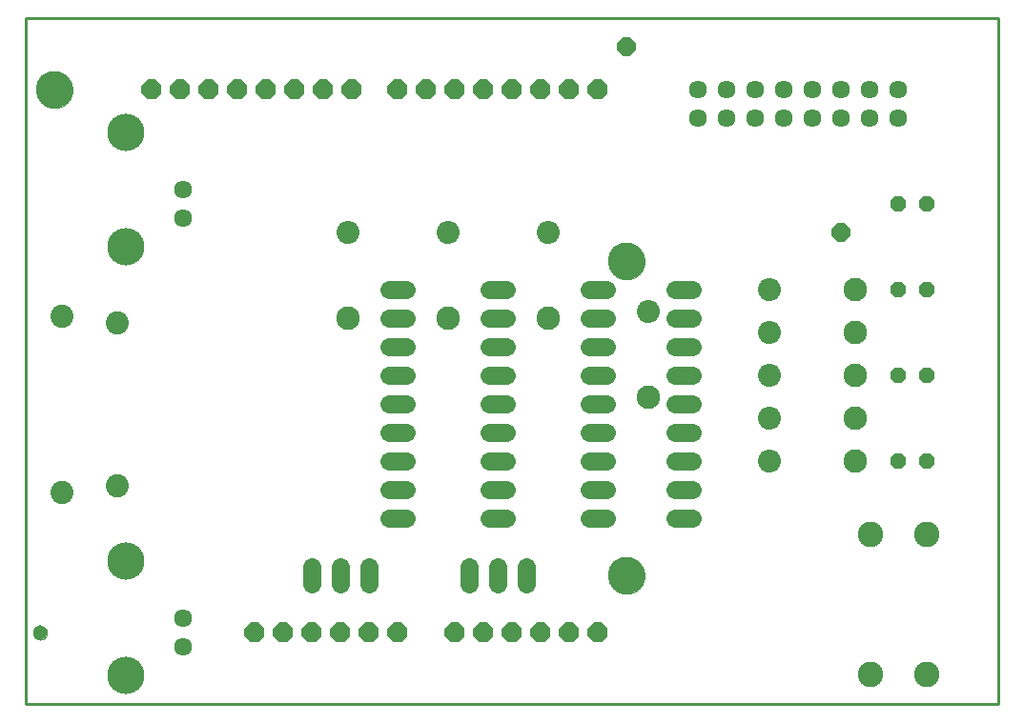
<source format=gbs>
G75*
%MOIN*%
%OFA0B0*%
%FSLAX25Y25*%
%IPPOS*%
%LPD*%
%AMOC8*
5,1,8,0,0,1.08239X$1,22.5*
%
%ADD10C,0.00000*%
%ADD11C,0.12998*%
%ADD12C,0.05124*%
%ADD13C,0.01000*%
%ADD14C,0.08077*%
%ADD15OC8,0.07000*%
%ADD16C,0.06400*%
%ADD17OC8,0.05600*%
%ADD18C,0.06337*%
%ADD19C,0.08900*%
%ADD20OC8,0.06400*%
%ADD21C,0.08062*%
%ADD22C,0.08246*%
%ADD23C,0.13061*%
D10*
X0079638Y0026500D02*
X0079640Y0026597D01*
X0079646Y0026694D01*
X0079656Y0026790D01*
X0079670Y0026886D01*
X0079688Y0026982D01*
X0079709Y0027076D01*
X0079735Y0027170D01*
X0079764Y0027262D01*
X0079798Y0027353D01*
X0079834Y0027443D01*
X0079875Y0027531D01*
X0079919Y0027617D01*
X0079967Y0027702D01*
X0080018Y0027784D01*
X0080072Y0027865D01*
X0080130Y0027943D01*
X0080191Y0028018D01*
X0080254Y0028091D01*
X0080321Y0028162D01*
X0080391Y0028229D01*
X0080463Y0028294D01*
X0080538Y0028355D01*
X0080616Y0028414D01*
X0080695Y0028469D01*
X0080777Y0028521D01*
X0080861Y0028569D01*
X0080947Y0028614D01*
X0081035Y0028656D01*
X0081124Y0028694D01*
X0081215Y0028728D01*
X0081307Y0028758D01*
X0081400Y0028785D01*
X0081495Y0028807D01*
X0081590Y0028826D01*
X0081686Y0028841D01*
X0081782Y0028852D01*
X0081879Y0028859D01*
X0081976Y0028862D01*
X0082073Y0028861D01*
X0082170Y0028856D01*
X0082266Y0028847D01*
X0082362Y0028834D01*
X0082458Y0028817D01*
X0082553Y0028796D01*
X0082646Y0028772D01*
X0082739Y0028743D01*
X0082831Y0028711D01*
X0082921Y0028675D01*
X0083009Y0028636D01*
X0083096Y0028592D01*
X0083181Y0028546D01*
X0083264Y0028495D01*
X0083345Y0028442D01*
X0083423Y0028385D01*
X0083500Y0028325D01*
X0083573Y0028262D01*
X0083644Y0028196D01*
X0083712Y0028127D01*
X0083778Y0028055D01*
X0083840Y0027981D01*
X0083899Y0027904D01*
X0083955Y0027825D01*
X0084008Y0027743D01*
X0084058Y0027660D01*
X0084103Y0027574D01*
X0084146Y0027487D01*
X0084185Y0027398D01*
X0084220Y0027308D01*
X0084251Y0027216D01*
X0084278Y0027123D01*
X0084302Y0027029D01*
X0084322Y0026934D01*
X0084338Y0026838D01*
X0084350Y0026742D01*
X0084358Y0026645D01*
X0084362Y0026548D01*
X0084362Y0026452D01*
X0084358Y0026355D01*
X0084350Y0026258D01*
X0084338Y0026162D01*
X0084322Y0026066D01*
X0084302Y0025971D01*
X0084278Y0025877D01*
X0084251Y0025784D01*
X0084220Y0025692D01*
X0084185Y0025602D01*
X0084146Y0025513D01*
X0084103Y0025426D01*
X0084058Y0025340D01*
X0084008Y0025257D01*
X0083955Y0025175D01*
X0083899Y0025096D01*
X0083840Y0025019D01*
X0083778Y0024945D01*
X0083712Y0024873D01*
X0083644Y0024804D01*
X0083573Y0024738D01*
X0083500Y0024675D01*
X0083423Y0024615D01*
X0083345Y0024558D01*
X0083264Y0024505D01*
X0083181Y0024454D01*
X0083096Y0024408D01*
X0083009Y0024364D01*
X0082921Y0024325D01*
X0082831Y0024289D01*
X0082739Y0024257D01*
X0082646Y0024228D01*
X0082553Y0024204D01*
X0082458Y0024183D01*
X0082362Y0024166D01*
X0082266Y0024153D01*
X0082170Y0024144D01*
X0082073Y0024139D01*
X0081976Y0024138D01*
X0081879Y0024141D01*
X0081782Y0024148D01*
X0081686Y0024159D01*
X0081590Y0024174D01*
X0081495Y0024193D01*
X0081400Y0024215D01*
X0081307Y0024242D01*
X0081215Y0024272D01*
X0081124Y0024306D01*
X0081035Y0024344D01*
X0080947Y0024386D01*
X0080861Y0024431D01*
X0080777Y0024479D01*
X0080695Y0024531D01*
X0080616Y0024586D01*
X0080538Y0024645D01*
X0080463Y0024706D01*
X0080391Y0024771D01*
X0080321Y0024838D01*
X0080254Y0024909D01*
X0080191Y0024982D01*
X0080130Y0025057D01*
X0080072Y0025135D01*
X0080018Y0025216D01*
X0079967Y0025298D01*
X0079919Y0025383D01*
X0079875Y0025469D01*
X0079834Y0025557D01*
X0079798Y0025647D01*
X0079764Y0025738D01*
X0079735Y0025830D01*
X0079709Y0025924D01*
X0079688Y0026018D01*
X0079670Y0026114D01*
X0079656Y0026210D01*
X0079646Y0026306D01*
X0079640Y0026403D01*
X0079638Y0026500D01*
X0280701Y0046500D02*
X0280703Y0046658D01*
X0280709Y0046816D01*
X0280719Y0046974D01*
X0280733Y0047132D01*
X0280751Y0047289D01*
X0280772Y0047446D01*
X0280798Y0047602D01*
X0280828Y0047758D01*
X0280861Y0047913D01*
X0280899Y0048066D01*
X0280940Y0048219D01*
X0280985Y0048371D01*
X0281034Y0048522D01*
X0281087Y0048671D01*
X0281143Y0048819D01*
X0281203Y0048965D01*
X0281267Y0049110D01*
X0281335Y0049253D01*
X0281406Y0049395D01*
X0281480Y0049535D01*
X0281558Y0049672D01*
X0281640Y0049808D01*
X0281724Y0049942D01*
X0281813Y0050073D01*
X0281904Y0050202D01*
X0281999Y0050329D01*
X0282096Y0050454D01*
X0282197Y0050576D01*
X0282301Y0050695D01*
X0282408Y0050812D01*
X0282518Y0050926D01*
X0282631Y0051037D01*
X0282746Y0051146D01*
X0282864Y0051251D01*
X0282985Y0051353D01*
X0283108Y0051453D01*
X0283234Y0051549D01*
X0283362Y0051642D01*
X0283492Y0051732D01*
X0283625Y0051818D01*
X0283760Y0051902D01*
X0283896Y0051981D01*
X0284035Y0052058D01*
X0284176Y0052130D01*
X0284318Y0052200D01*
X0284462Y0052265D01*
X0284608Y0052327D01*
X0284755Y0052385D01*
X0284904Y0052440D01*
X0285054Y0052491D01*
X0285205Y0052538D01*
X0285357Y0052581D01*
X0285510Y0052620D01*
X0285665Y0052656D01*
X0285820Y0052687D01*
X0285976Y0052715D01*
X0286132Y0052739D01*
X0286289Y0052759D01*
X0286447Y0052775D01*
X0286604Y0052787D01*
X0286763Y0052795D01*
X0286921Y0052799D01*
X0287079Y0052799D01*
X0287237Y0052795D01*
X0287396Y0052787D01*
X0287553Y0052775D01*
X0287711Y0052759D01*
X0287868Y0052739D01*
X0288024Y0052715D01*
X0288180Y0052687D01*
X0288335Y0052656D01*
X0288490Y0052620D01*
X0288643Y0052581D01*
X0288795Y0052538D01*
X0288946Y0052491D01*
X0289096Y0052440D01*
X0289245Y0052385D01*
X0289392Y0052327D01*
X0289538Y0052265D01*
X0289682Y0052200D01*
X0289824Y0052130D01*
X0289965Y0052058D01*
X0290104Y0051981D01*
X0290240Y0051902D01*
X0290375Y0051818D01*
X0290508Y0051732D01*
X0290638Y0051642D01*
X0290766Y0051549D01*
X0290892Y0051453D01*
X0291015Y0051353D01*
X0291136Y0051251D01*
X0291254Y0051146D01*
X0291369Y0051037D01*
X0291482Y0050926D01*
X0291592Y0050812D01*
X0291699Y0050695D01*
X0291803Y0050576D01*
X0291904Y0050454D01*
X0292001Y0050329D01*
X0292096Y0050202D01*
X0292187Y0050073D01*
X0292276Y0049942D01*
X0292360Y0049808D01*
X0292442Y0049672D01*
X0292520Y0049535D01*
X0292594Y0049395D01*
X0292665Y0049253D01*
X0292733Y0049110D01*
X0292797Y0048965D01*
X0292857Y0048819D01*
X0292913Y0048671D01*
X0292966Y0048522D01*
X0293015Y0048371D01*
X0293060Y0048219D01*
X0293101Y0048066D01*
X0293139Y0047913D01*
X0293172Y0047758D01*
X0293202Y0047602D01*
X0293228Y0047446D01*
X0293249Y0047289D01*
X0293267Y0047132D01*
X0293281Y0046974D01*
X0293291Y0046816D01*
X0293297Y0046658D01*
X0293299Y0046500D01*
X0293297Y0046342D01*
X0293291Y0046184D01*
X0293281Y0046026D01*
X0293267Y0045868D01*
X0293249Y0045711D01*
X0293228Y0045554D01*
X0293202Y0045398D01*
X0293172Y0045242D01*
X0293139Y0045087D01*
X0293101Y0044934D01*
X0293060Y0044781D01*
X0293015Y0044629D01*
X0292966Y0044478D01*
X0292913Y0044329D01*
X0292857Y0044181D01*
X0292797Y0044035D01*
X0292733Y0043890D01*
X0292665Y0043747D01*
X0292594Y0043605D01*
X0292520Y0043465D01*
X0292442Y0043328D01*
X0292360Y0043192D01*
X0292276Y0043058D01*
X0292187Y0042927D01*
X0292096Y0042798D01*
X0292001Y0042671D01*
X0291904Y0042546D01*
X0291803Y0042424D01*
X0291699Y0042305D01*
X0291592Y0042188D01*
X0291482Y0042074D01*
X0291369Y0041963D01*
X0291254Y0041854D01*
X0291136Y0041749D01*
X0291015Y0041647D01*
X0290892Y0041547D01*
X0290766Y0041451D01*
X0290638Y0041358D01*
X0290508Y0041268D01*
X0290375Y0041182D01*
X0290240Y0041098D01*
X0290104Y0041019D01*
X0289965Y0040942D01*
X0289824Y0040870D01*
X0289682Y0040800D01*
X0289538Y0040735D01*
X0289392Y0040673D01*
X0289245Y0040615D01*
X0289096Y0040560D01*
X0288946Y0040509D01*
X0288795Y0040462D01*
X0288643Y0040419D01*
X0288490Y0040380D01*
X0288335Y0040344D01*
X0288180Y0040313D01*
X0288024Y0040285D01*
X0287868Y0040261D01*
X0287711Y0040241D01*
X0287553Y0040225D01*
X0287396Y0040213D01*
X0287237Y0040205D01*
X0287079Y0040201D01*
X0286921Y0040201D01*
X0286763Y0040205D01*
X0286604Y0040213D01*
X0286447Y0040225D01*
X0286289Y0040241D01*
X0286132Y0040261D01*
X0285976Y0040285D01*
X0285820Y0040313D01*
X0285665Y0040344D01*
X0285510Y0040380D01*
X0285357Y0040419D01*
X0285205Y0040462D01*
X0285054Y0040509D01*
X0284904Y0040560D01*
X0284755Y0040615D01*
X0284608Y0040673D01*
X0284462Y0040735D01*
X0284318Y0040800D01*
X0284176Y0040870D01*
X0284035Y0040942D01*
X0283896Y0041019D01*
X0283760Y0041098D01*
X0283625Y0041182D01*
X0283492Y0041268D01*
X0283362Y0041358D01*
X0283234Y0041451D01*
X0283108Y0041547D01*
X0282985Y0041647D01*
X0282864Y0041749D01*
X0282746Y0041854D01*
X0282631Y0041963D01*
X0282518Y0042074D01*
X0282408Y0042188D01*
X0282301Y0042305D01*
X0282197Y0042424D01*
X0282096Y0042546D01*
X0281999Y0042671D01*
X0281904Y0042798D01*
X0281813Y0042927D01*
X0281724Y0043058D01*
X0281640Y0043192D01*
X0281558Y0043328D01*
X0281480Y0043465D01*
X0281406Y0043605D01*
X0281335Y0043747D01*
X0281267Y0043890D01*
X0281203Y0044035D01*
X0281143Y0044181D01*
X0281087Y0044329D01*
X0281034Y0044478D01*
X0280985Y0044629D01*
X0280940Y0044781D01*
X0280899Y0044934D01*
X0280861Y0045087D01*
X0280828Y0045242D01*
X0280798Y0045398D01*
X0280772Y0045554D01*
X0280751Y0045711D01*
X0280733Y0045868D01*
X0280719Y0046026D01*
X0280709Y0046184D01*
X0280703Y0046342D01*
X0280701Y0046500D01*
X0280701Y0156500D02*
X0280703Y0156658D01*
X0280709Y0156816D01*
X0280719Y0156974D01*
X0280733Y0157132D01*
X0280751Y0157289D01*
X0280772Y0157446D01*
X0280798Y0157602D01*
X0280828Y0157758D01*
X0280861Y0157913D01*
X0280899Y0158066D01*
X0280940Y0158219D01*
X0280985Y0158371D01*
X0281034Y0158522D01*
X0281087Y0158671D01*
X0281143Y0158819D01*
X0281203Y0158965D01*
X0281267Y0159110D01*
X0281335Y0159253D01*
X0281406Y0159395D01*
X0281480Y0159535D01*
X0281558Y0159672D01*
X0281640Y0159808D01*
X0281724Y0159942D01*
X0281813Y0160073D01*
X0281904Y0160202D01*
X0281999Y0160329D01*
X0282096Y0160454D01*
X0282197Y0160576D01*
X0282301Y0160695D01*
X0282408Y0160812D01*
X0282518Y0160926D01*
X0282631Y0161037D01*
X0282746Y0161146D01*
X0282864Y0161251D01*
X0282985Y0161353D01*
X0283108Y0161453D01*
X0283234Y0161549D01*
X0283362Y0161642D01*
X0283492Y0161732D01*
X0283625Y0161818D01*
X0283760Y0161902D01*
X0283896Y0161981D01*
X0284035Y0162058D01*
X0284176Y0162130D01*
X0284318Y0162200D01*
X0284462Y0162265D01*
X0284608Y0162327D01*
X0284755Y0162385D01*
X0284904Y0162440D01*
X0285054Y0162491D01*
X0285205Y0162538D01*
X0285357Y0162581D01*
X0285510Y0162620D01*
X0285665Y0162656D01*
X0285820Y0162687D01*
X0285976Y0162715D01*
X0286132Y0162739D01*
X0286289Y0162759D01*
X0286447Y0162775D01*
X0286604Y0162787D01*
X0286763Y0162795D01*
X0286921Y0162799D01*
X0287079Y0162799D01*
X0287237Y0162795D01*
X0287396Y0162787D01*
X0287553Y0162775D01*
X0287711Y0162759D01*
X0287868Y0162739D01*
X0288024Y0162715D01*
X0288180Y0162687D01*
X0288335Y0162656D01*
X0288490Y0162620D01*
X0288643Y0162581D01*
X0288795Y0162538D01*
X0288946Y0162491D01*
X0289096Y0162440D01*
X0289245Y0162385D01*
X0289392Y0162327D01*
X0289538Y0162265D01*
X0289682Y0162200D01*
X0289824Y0162130D01*
X0289965Y0162058D01*
X0290104Y0161981D01*
X0290240Y0161902D01*
X0290375Y0161818D01*
X0290508Y0161732D01*
X0290638Y0161642D01*
X0290766Y0161549D01*
X0290892Y0161453D01*
X0291015Y0161353D01*
X0291136Y0161251D01*
X0291254Y0161146D01*
X0291369Y0161037D01*
X0291482Y0160926D01*
X0291592Y0160812D01*
X0291699Y0160695D01*
X0291803Y0160576D01*
X0291904Y0160454D01*
X0292001Y0160329D01*
X0292096Y0160202D01*
X0292187Y0160073D01*
X0292276Y0159942D01*
X0292360Y0159808D01*
X0292442Y0159672D01*
X0292520Y0159535D01*
X0292594Y0159395D01*
X0292665Y0159253D01*
X0292733Y0159110D01*
X0292797Y0158965D01*
X0292857Y0158819D01*
X0292913Y0158671D01*
X0292966Y0158522D01*
X0293015Y0158371D01*
X0293060Y0158219D01*
X0293101Y0158066D01*
X0293139Y0157913D01*
X0293172Y0157758D01*
X0293202Y0157602D01*
X0293228Y0157446D01*
X0293249Y0157289D01*
X0293267Y0157132D01*
X0293281Y0156974D01*
X0293291Y0156816D01*
X0293297Y0156658D01*
X0293299Y0156500D01*
X0293297Y0156342D01*
X0293291Y0156184D01*
X0293281Y0156026D01*
X0293267Y0155868D01*
X0293249Y0155711D01*
X0293228Y0155554D01*
X0293202Y0155398D01*
X0293172Y0155242D01*
X0293139Y0155087D01*
X0293101Y0154934D01*
X0293060Y0154781D01*
X0293015Y0154629D01*
X0292966Y0154478D01*
X0292913Y0154329D01*
X0292857Y0154181D01*
X0292797Y0154035D01*
X0292733Y0153890D01*
X0292665Y0153747D01*
X0292594Y0153605D01*
X0292520Y0153465D01*
X0292442Y0153328D01*
X0292360Y0153192D01*
X0292276Y0153058D01*
X0292187Y0152927D01*
X0292096Y0152798D01*
X0292001Y0152671D01*
X0291904Y0152546D01*
X0291803Y0152424D01*
X0291699Y0152305D01*
X0291592Y0152188D01*
X0291482Y0152074D01*
X0291369Y0151963D01*
X0291254Y0151854D01*
X0291136Y0151749D01*
X0291015Y0151647D01*
X0290892Y0151547D01*
X0290766Y0151451D01*
X0290638Y0151358D01*
X0290508Y0151268D01*
X0290375Y0151182D01*
X0290240Y0151098D01*
X0290104Y0151019D01*
X0289965Y0150942D01*
X0289824Y0150870D01*
X0289682Y0150800D01*
X0289538Y0150735D01*
X0289392Y0150673D01*
X0289245Y0150615D01*
X0289096Y0150560D01*
X0288946Y0150509D01*
X0288795Y0150462D01*
X0288643Y0150419D01*
X0288490Y0150380D01*
X0288335Y0150344D01*
X0288180Y0150313D01*
X0288024Y0150285D01*
X0287868Y0150261D01*
X0287711Y0150241D01*
X0287553Y0150225D01*
X0287396Y0150213D01*
X0287237Y0150205D01*
X0287079Y0150201D01*
X0286921Y0150201D01*
X0286763Y0150205D01*
X0286604Y0150213D01*
X0286447Y0150225D01*
X0286289Y0150241D01*
X0286132Y0150261D01*
X0285976Y0150285D01*
X0285820Y0150313D01*
X0285665Y0150344D01*
X0285510Y0150380D01*
X0285357Y0150419D01*
X0285205Y0150462D01*
X0285054Y0150509D01*
X0284904Y0150560D01*
X0284755Y0150615D01*
X0284608Y0150673D01*
X0284462Y0150735D01*
X0284318Y0150800D01*
X0284176Y0150870D01*
X0284035Y0150942D01*
X0283896Y0151019D01*
X0283760Y0151098D01*
X0283625Y0151182D01*
X0283492Y0151268D01*
X0283362Y0151358D01*
X0283234Y0151451D01*
X0283108Y0151547D01*
X0282985Y0151647D01*
X0282864Y0151749D01*
X0282746Y0151854D01*
X0282631Y0151963D01*
X0282518Y0152074D01*
X0282408Y0152188D01*
X0282301Y0152305D01*
X0282197Y0152424D01*
X0282096Y0152546D01*
X0281999Y0152671D01*
X0281904Y0152798D01*
X0281813Y0152927D01*
X0281724Y0153058D01*
X0281640Y0153192D01*
X0281558Y0153328D01*
X0281480Y0153465D01*
X0281406Y0153605D01*
X0281335Y0153747D01*
X0281267Y0153890D01*
X0281203Y0154035D01*
X0281143Y0154181D01*
X0281087Y0154329D01*
X0281034Y0154478D01*
X0280985Y0154629D01*
X0280940Y0154781D01*
X0280899Y0154934D01*
X0280861Y0155087D01*
X0280828Y0155242D01*
X0280798Y0155398D01*
X0280772Y0155554D01*
X0280751Y0155711D01*
X0280733Y0155868D01*
X0280719Y0156026D01*
X0280709Y0156184D01*
X0280703Y0156342D01*
X0280701Y0156500D01*
X0080701Y0216500D02*
X0080703Y0216658D01*
X0080709Y0216816D01*
X0080719Y0216974D01*
X0080733Y0217132D01*
X0080751Y0217289D01*
X0080772Y0217446D01*
X0080798Y0217602D01*
X0080828Y0217758D01*
X0080861Y0217913D01*
X0080899Y0218066D01*
X0080940Y0218219D01*
X0080985Y0218371D01*
X0081034Y0218522D01*
X0081087Y0218671D01*
X0081143Y0218819D01*
X0081203Y0218965D01*
X0081267Y0219110D01*
X0081335Y0219253D01*
X0081406Y0219395D01*
X0081480Y0219535D01*
X0081558Y0219672D01*
X0081640Y0219808D01*
X0081724Y0219942D01*
X0081813Y0220073D01*
X0081904Y0220202D01*
X0081999Y0220329D01*
X0082096Y0220454D01*
X0082197Y0220576D01*
X0082301Y0220695D01*
X0082408Y0220812D01*
X0082518Y0220926D01*
X0082631Y0221037D01*
X0082746Y0221146D01*
X0082864Y0221251D01*
X0082985Y0221353D01*
X0083108Y0221453D01*
X0083234Y0221549D01*
X0083362Y0221642D01*
X0083492Y0221732D01*
X0083625Y0221818D01*
X0083760Y0221902D01*
X0083896Y0221981D01*
X0084035Y0222058D01*
X0084176Y0222130D01*
X0084318Y0222200D01*
X0084462Y0222265D01*
X0084608Y0222327D01*
X0084755Y0222385D01*
X0084904Y0222440D01*
X0085054Y0222491D01*
X0085205Y0222538D01*
X0085357Y0222581D01*
X0085510Y0222620D01*
X0085665Y0222656D01*
X0085820Y0222687D01*
X0085976Y0222715D01*
X0086132Y0222739D01*
X0086289Y0222759D01*
X0086447Y0222775D01*
X0086604Y0222787D01*
X0086763Y0222795D01*
X0086921Y0222799D01*
X0087079Y0222799D01*
X0087237Y0222795D01*
X0087396Y0222787D01*
X0087553Y0222775D01*
X0087711Y0222759D01*
X0087868Y0222739D01*
X0088024Y0222715D01*
X0088180Y0222687D01*
X0088335Y0222656D01*
X0088490Y0222620D01*
X0088643Y0222581D01*
X0088795Y0222538D01*
X0088946Y0222491D01*
X0089096Y0222440D01*
X0089245Y0222385D01*
X0089392Y0222327D01*
X0089538Y0222265D01*
X0089682Y0222200D01*
X0089824Y0222130D01*
X0089965Y0222058D01*
X0090104Y0221981D01*
X0090240Y0221902D01*
X0090375Y0221818D01*
X0090508Y0221732D01*
X0090638Y0221642D01*
X0090766Y0221549D01*
X0090892Y0221453D01*
X0091015Y0221353D01*
X0091136Y0221251D01*
X0091254Y0221146D01*
X0091369Y0221037D01*
X0091482Y0220926D01*
X0091592Y0220812D01*
X0091699Y0220695D01*
X0091803Y0220576D01*
X0091904Y0220454D01*
X0092001Y0220329D01*
X0092096Y0220202D01*
X0092187Y0220073D01*
X0092276Y0219942D01*
X0092360Y0219808D01*
X0092442Y0219672D01*
X0092520Y0219535D01*
X0092594Y0219395D01*
X0092665Y0219253D01*
X0092733Y0219110D01*
X0092797Y0218965D01*
X0092857Y0218819D01*
X0092913Y0218671D01*
X0092966Y0218522D01*
X0093015Y0218371D01*
X0093060Y0218219D01*
X0093101Y0218066D01*
X0093139Y0217913D01*
X0093172Y0217758D01*
X0093202Y0217602D01*
X0093228Y0217446D01*
X0093249Y0217289D01*
X0093267Y0217132D01*
X0093281Y0216974D01*
X0093291Y0216816D01*
X0093297Y0216658D01*
X0093299Y0216500D01*
X0093297Y0216342D01*
X0093291Y0216184D01*
X0093281Y0216026D01*
X0093267Y0215868D01*
X0093249Y0215711D01*
X0093228Y0215554D01*
X0093202Y0215398D01*
X0093172Y0215242D01*
X0093139Y0215087D01*
X0093101Y0214934D01*
X0093060Y0214781D01*
X0093015Y0214629D01*
X0092966Y0214478D01*
X0092913Y0214329D01*
X0092857Y0214181D01*
X0092797Y0214035D01*
X0092733Y0213890D01*
X0092665Y0213747D01*
X0092594Y0213605D01*
X0092520Y0213465D01*
X0092442Y0213328D01*
X0092360Y0213192D01*
X0092276Y0213058D01*
X0092187Y0212927D01*
X0092096Y0212798D01*
X0092001Y0212671D01*
X0091904Y0212546D01*
X0091803Y0212424D01*
X0091699Y0212305D01*
X0091592Y0212188D01*
X0091482Y0212074D01*
X0091369Y0211963D01*
X0091254Y0211854D01*
X0091136Y0211749D01*
X0091015Y0211647D01*
X0090892Y0211547D01*
X0090766Y0211451D01*
X0090638Y0211358D01*
X0090508Y0211268D01*
X0090375Y0211182D01*
X0090240Y0211098D01*
X0090104Y0211019D01*
X0089965Y0210942D01*
X0089824Y0210870D01*
X0089682Y0210800D01*
X0089538Y0210735D01*
X0089392Y0210673D01*
X0089245Y0210615D01*
X0089096Y0210560D01*
X0088946Y0210509D01*
X0088795Y0210462D01*
X0088643Y0210419D01*
X0088490Y0210380D01*
X0088335Y0210344D01*
X0088180Y0210313D01*
X0088024Y0210285D01*
X0087868Y0210261D01*
X0087711Y0210241D01*
X0087553Y0210225D01*
X0087396Y0210213D01*
X0087237Y0210205D01*
X0087079Y0210201D01*
X0086921Y0210201D01*
X0086763Y0210205D01*
X0086604Y0210213D01*
X0086447Y0210225D01*
X0086289Y0210241D01*
X0086132Y0210261D01*
X0085976Y0210285D01*
X0085820Y0210313D01*
X0085665Y0210344D01*
X0085510Y0210380D01*
X0085357Y0210419D01*
X0085205Y0210462D01*
X0085054Y0210509D01*
X0084904Y0210560D01*
X0084755Y0210615D01*
X0084608Y0210673D01*
X0084462Y0210735D01*
X0084318Y0210800D01*
X0084176Y0210870D01*
X0084035Y0210942D01*
X0083896Y0211019D01*
X0083760Y0211098D01*
X0083625Y0211182D01*
X0083492Y0211268D01*
X0083362Y0211358D01*
X0083234Y0211451D01*
X0083108Y0211547D01*
X0082985Y0211647D01*
X0082864Y0211749D01*
X0082746Y0211854D01*
X0082631Y0211963D01*
X0082518Y0212074D01*
X0082408Y0212188D01*
X0082301Y0212305D01*
X0082197Y0212424D01*
X0082096Y0212546D01*
X0081999Y0212671D01*
X0081904Y0212798D01*
X0081813Y0212927D01*
X0081724Y0213058D01*
X0081640Y0213192D01*
X0081558Y0213328D01*
X0081480Y0213465D01*
X0081406Y0213605D01*
X0081335Y0213747D01*
X0081267Y0213890D01*
X0081203Y0214035D01*
X0081143Y0214181D01*
X0081087Y0214329D01*
X0081034Y0214478D01*
X0080985Y0214629D01*
X0080940Y0214781D01*
X0080899Y0214934D01*
X0080861Y0215087D01*
X0080828Y0215242D01*
X0080798Y0215398D01*
X0080772Y0215554D01*
X0080751Y0215711D01*
X0080733Y0215868D01*
X0080719Y0216026D01*
X0080709Y0216184D01*
X0080703Y0216342D01*
X0080701Y0216500D01*
D11*
X0087000Y0216500D03*
X0287000Y0156500D03*
X0287000Y0046500D03*
D12*
X0082000Y0026500D03*
D13*
X0077000Y0001500D02*
X0417000Y0001500D01*
X0417000Y0241500D01*
X0077000Y0241500D01*
X0077000Y0001500D01*
D14*
X0089520Y0075594D03*
X0108811Y0077957D03*
X0108811Y0135043D03*
X0089520Y0137406D03*
D15*
X0121000Y0216500D03*
X0131000Y0216500D03*
X0141000Y0216500D03*
X0151000Y0216500D03*
X0161000Y0216500D03*
X0171000Y0216500D03*
X0181000Y0216500D03*
X0191000Y0216500D03*
X0207000Y0216500D03*
X0217000Y0216500D03*
X0227000Y0216500D03*
X0237000Y0216500D03*
X0247000Y0216500D03*
X0257000Y0216500D03*
X0267000Y0216500D03*
X0277000Y0216500D03*
X0277000Y0026500D03*
X0267000Y0026500D03*
X0257000Y0026500D03*
X0247000Y0026500D03*
X0237000Y0026500D03*
X0227000Y0026500D03*
X0207000Y0026500D03*
X0197000Y0026500D03*
X0187000Y0026500D03*
X0177000Y0026500D03*
X0167000Y0026500D03*
X0157000Y0026500D03*
D16*
X0177000Y0043500D02*
X0177000Y0049500D01*
X0187000Y0049500D02*
X0187000Y0043500D01*
X0197000Y0043500D02*
X0197000Y0049500D01*
X0204000Y0066500D02*
X0210000Y0066500D01*
X0210000Y0076500D02*
X0204000Y0076500D01*
X0204000Y0086500D02*
X0210000Y0086500D01*
X0210000Y0096500D02*
X0204000Y0096500D01*
X0204000Y0106500D02*
X0210000Y0106500D01*
X0210000Y0116500D02*
X0204000Y0116500D01*
X0204000Y0126500D02*
X0210000Y0126500D01*
X0210000Y0136500D02*
X0204000Y0136500D01*
X0204000Y0146500D02*
X0210000Y0146500D01*
X0239000Y0146500D02*
X0245000Y0146500D01*
X0245000Y0136500D02*
X0239000Y0136500D01*
X0239000Y0126500D02*
X0245000Y0126500D01*
X0245000Y0116500D02*
X0239000Y0116500D01*
X0239000Y0106500D02*
X0245000Y0106500D01*
X0245000Y0096500D02*
X0239000Y0096500D01*
X0239000Y0086500D02*
X0245000Y0086500D01*
X0245000Y0076500D02*
X0239000Y0076500D01*
X0239000Y0066500D02*
X0245000Y0066500D01*
X0242000Y0049500D02*
X0242000Y0043500D01*
X0232000Y0043500D02*
X0232000Y0049500D01*
X0252000Y0049500D02*
X0252000Y0043500D01*
X0274000Y0066500D02*
X0280000Y0066500D01*
X0280000Y0076500D02*
X0274000Y0076500D01*
X0274000Y0086500D02*
X0280000Y0086500D01*
X0280000Y0096500D02*
X0274000Y0096500D01*
X0274000Y0106500D02*
X0280000Y0106500D01*
X0280000Y0116500D02*
X0274000Y0116500D01*
X0274000Y0126500D02*
X0280000Y0126500D01*
X0280000Y0136500D02*
X0274000Y0136500D01*
X0274000Y0146500D02*
X0280000Y0146500D01*
X0304000Y0146500D02*
X0310000Y0146500D01*
X0310000Y0136500D02*
X0304000Y0136500D01*
X0304000Y0126500D02*
X0310000Y0126500D01*
X0310000Y0116500D02*
X0304000Y0116500D01*
X0304000Y0106500D02*
X0310000Y0106500D01*
X0310000Y0096500D02*
X0304000Y0096500D01*
X0304000Y0086500D02*
X0310000Y0086500D01*
X0310000Y0076500D02*
X0304000Y0076500D01*
X0304000Y0066500D02*
X0310000Y0066500D01*
D17*
X0382000Y0086500D03*
X0392000Y0086500D03*
X0392000Y0116500D03*
X0382000Y0116500D03*
X0382000Y0146500D03*
X0392000Y0146500D03*
X0392000Y0176500D03*
X0382000Y0176500D03*
D18*
X0382000Y0206500D03*
X0372000Y0206500D03*
X0362000Y0206500D03*
X0352000Y0206500D03*
X0342000Y0206500D03*
X0332000Y0206500D03*
X0322000Y0206500D03*
X0312000Y0206500D03*
X0312000Y0216500D03*
X0322000Y0216500D03*
X0332000Y0216500D03*
X0342000Y0216500D03*
X0352000Y0216500D03*
X0362000Y0216500D03*
X0372000Y0216500D03*
X0382000Y0216500D03*
X0132000Y0181500D03*
X0132000Y0171500D03*
X0132000Y0031500D03*
X0132000Y0021500D03*
D19*
X0372157Y0011894D03*
X0391843Y0011894D03*
X0391843Y0061106D03*
X0372157Y0061106D03*
D20*
X0362000Y0166500D03*
X0287000Y0231500D03*
D21*
X0259500Y0166500D03*
X0224500Y0166500D03*
X0189500Y0166500D03*
X0294500Y0139000D03*
X0337000Y0131500D03*
X0337000Y0146500D03*
X0337000Y0116500D03*
X0337000Y0101500D03*
X0337000Y0086500D03*
D22*
X0367000Y0086500D03*
X0367000Y0101500D03*
X0367000Y0116500D03*
X0367000Y0131500D03*
X0367000Y0146500D03*
X0294500Y0109000D03*
X0259500Y0136500D03*
X0224500Y0136500D03*
X0189500Y0136500D03*
D23*
X0112000Y0161500D03*
X0112000Y0201500D03*
X0112000Y0051500D03*
X0112000Y0011500D03*
M02*

</source>
